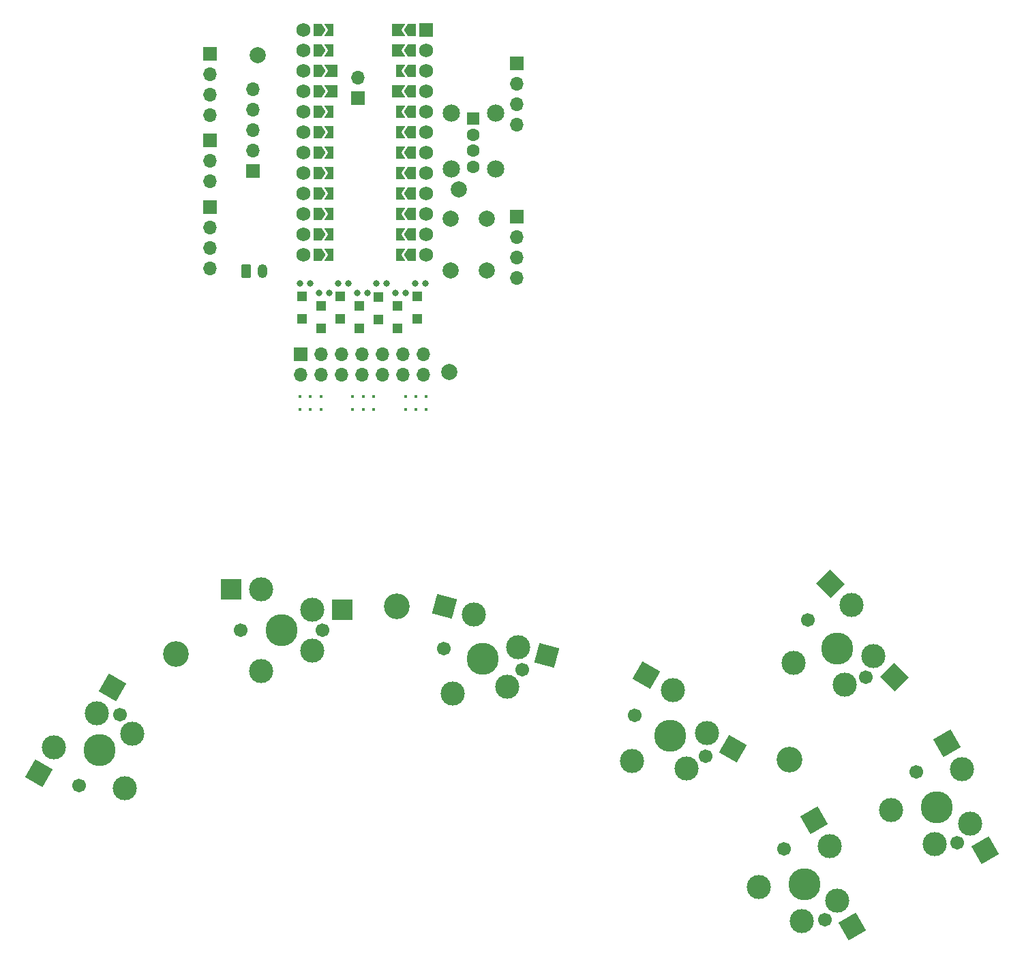
<source format=gbr>
%TF.GenerationSoftware,KiCad,Pcbnew,6.0.4*%
%TF.CreationDate,2022-05-08T18:55:17+02:00*%
%TF.ProjectId,mykeeb-adapter,6d796b65-6562-42d6-9164-61707465722e,rev?*%
%TF.SameCoordinates,Original*%
%TF.FileFunction,Soldermask,Top*%
%TF.FilePolarity,Negative*%
%FSLAX46Y46*%
G04 Gerber Fmt 4.6, Leading zero omitted, Abs format (unit mm)*
G04 Created by KiCad (PCBNEW 6.0.4) date 2022-05-08 18:55:17*
%MOMM*%
%LPD*%
G01*
G04 APERTURE LIST*
G04 Aperture macros list*
%AMRoundRect*
0 Rectangle with rounded corners*
0 $1 Rounding radius*
0 $2 $3 $4 $5 $6 $7 $8 $9 X,Y pos of 4 corners*
0 Add a 4 corners polygon primitive as box body*
4,1,4,$2,$3,$4,$5,$6,$7,$8,$9,$2,$3,0*
0 Add four circle primitives for the rounded corners*
1,1,$1+$1,$2,$3*
1,1,$1+$1,$4,$5*
1,1,$1+$1,$6,$7*
1,1,$1+$1,$8,$9*
0 Add four rect primitives between the rounded corners*
20,1,$1+$1,$2,$3,$4,$5,0*
20,1,$1+$1,$4,$5,$6,$7,0*
20,1,$1+$1,$6,$7,$8,$9,0*
20,1,$1+$1,$8,$9,$2,$3,0*%
%AMRotRect*
0 Rectangle, with rotation*
0 The origin of the aperture is its center*
0 $1 length*
0 $2 width*
0 $3 Rotation angle, in degrees counterclockwise*
0 Add horizontal line*
21,1,$1,$2,0,0,$3*%
%AMFreePoly0*
4,1,6,1.000000,0.000000,0.500000,-0.750000,-0.500000,-0.750000,-0.500000,0.750000,0.500000,0.750000,1.000000,0.000000,1.000000,0.000000,$1*%
%AMFreePoly1*
4,1,6,0.500000,-0.750000,-0.650000,-0.750000,-0.150000,0.000000,-0.650000,0.750000,0.500000,0.750000,0.500000,-0.750000,0.500000,-0.750000,$1*%
%AMFreePoly2*
4,1,6,1.000000,-0.750000,-0.650000,-0.750000,-0.150000,0.000000,-0.650000,0.750000,1.000000,0.750000,1.000000,-0.750000,1.000000,-0.750000,$1*%
G04 Aperture macros list end*
%ADD10C,3.000000*%
%ADD11C,1.701800*%
%ADD12C,3.987800*%
%ADD13RotRect,2.550000X2.500000X315.000000*%
%ADD14C,0.393700*%
%ADD15RotRect,2.550000X2.500000X300.000000*%
%ADD16C,0.800000*%
%ADD17R,1.200000X1.200000*%
%ADD18R,2.550000X2.500000*%
%ADD19C,2.000000*%
%ADD20RotRect,2.550000X2.500000X345.000000*%
%ADD21RotRect,2.550000X2.500000X60.000000*%
%ADD22C,3.200000*%
%ADD23RotRect,2.550000X2.500000X330.000000*%
%ADD24R,1.700000X1.700000*%
%ADD25O,1.700000X1.700000*%
%ADD26R,1.600000X1.600000*%
%ADD27C,1.600000*%
%ADD28C,2.150000*%
%ADD29C,1.752600*%
%ADD30R,1.752600X1.752600*%
%ADD31FreePoly0,180.000000*%
%ADD32FreePoly0,0.000000*%
%ADD33FreePoly1,0.000000*%
%ADD34FreePoly2,0.000000*%
%ADD35FreePoly1,180.000000*%
%ADD36FreePoly2,180.000000*%
%ADD37RoundRect,0.250000X-0.350000X-0.625000X0.350000X-0.625000X0.350000X0.625000X-0.350000X0.625000X0*%
%ADD38O,1.200000X1.750000*%
G04 APERTURE END LIST*
D10*
%TO.C,K46*%
X157412794Y-116275524D03*
X154718717Y-109989344D03*
D11*
X156514768Y-118969600D03*
D10*
X147534512Y-117173549D03*
D11*
X149330564Y-111785396D03*
D12*
X152922666Y-115377498D03*
D10*
X153820692Y-119867626D03*
D13*
X152067067Y-107337694D03*
X160064444Y-118927174D03*
%TD*%
D14*
%TO.C,H3*%
X100607897Y-85625070D03*
X100607897Y-84039133D03*
X101898522Y-84039133D03*
X99317272Y-85625070D03*
X101898522Y-85625070D03*
X99317272Y-84039133D03*
%TD*%
D11*
%TO.C,K45*%
X162786048Y-130736642D03*
D10*
X165031343Y-139705608D03*
X168455457Y-130396346D03*
X169430753Y-137165608D03*
X159656639Y-135476346D03*
D12*
X165326048Y-135136051D03*
D11*
X167866048Y-139535460D03*
D15*
X166580457Y-127148751D03*
X171305753Y-140413203D03*
%TD*%
D16*
%TO.C,D46*%
X86199501Y-69969023D03*
D17*
X86453501Y-71631023D03*
X86453501Y-74431023D03*
D16*
X87469501Y-69969023D03*
%TD*%
D17*
%TO.C,D45*%
X88834753Y-72821649D03*
D16*
X88580753Y-71159649D03*
D17*
X88834753Y-75621649D03*
D16*
X89850753Y-71159649D03*
%TD*%
D14*
%TO.C,H1*%
X95350079Y-85625070D03*
X92768829Y-84039133D03*
X94059454Y-84039133D03*
X95350079Y-84039133D03*
X92768829Y-85625070D03*
X94059454Y-85625070D03*
%TD*%
D17*
%TO.C,D43*%
X93597257Y-72821649D03*
D16*
X93343257Y-71159649D03*
D17*
X93597257Y-75621649D03*
D16*
X94613257Y-71159649D03*
%TD*%
D10*
%TO.C,K41*%
X87749133Y-115649470D03*
X81399133Y-108029470D03*
X81399133Y-118189470D03*
X87749133Y-110569470D03*
D11*
X89019133Y-113109470D03*
D12*
X83939133Y-113109470D03*
D11*
X78859133Y-113109470D03*
D18*
X77649133Y-108029470D03*
X91499133Y-110569470D03*
%TD*%
D16*
%TO.C,D44*%
X90962005Y-69969023D03*
D17*
X91216005Y-71631023D03*
X91216005Y-74431023D03*
D16*
X92232005Y-69969023D03*
%TD*%
D19*
%TO.C,FID3*%
X105965714Y-58340674D03*
%TD*%
D10*
%TO.C,K42*%
X107803628Y-111117044D03*
X105174027Y-120930851D03*
X111965056Y-120120900D03*
X113279857Y-115213997D03*
D12*
X108942279Y-116681348D03*
D11*
X113849182Y-117996149D03*
X104035376Y-115366547D03*
D20*
X104181406Y-110146473D03*
X116902079Y-116184568D03*
%TD*%
D10*
%TO.C,K44*%
X143158841Y-145001354D03*
X152932955Y-146690616D03*
D12*
X148828250Y-144661059D03*
D10*
X148533545Y-149230616D03*
D11*
X146288250Y-140261650D03*
D10*
X151957659Y-139921354D03*
D11*
X151368250Y-149060468D03*
D15*
X150082659Y-136673759D03*
X154807955Y-149938211D03*
%TD*%
D14*
%TO.C,H2*%
X87511011Y-84039133D03*
X88801636Y-85625070D03*
X88801636Y-84039133D03*
X87511011Y-85625070D03*
X86220386Y-85625070D03*
X86220386Y-84039133D03*
%TD*%
D12*
%TO.C,K40*%
X61317239Y-127992295D03*
D10*
X55647830Y-127652000D03*
D11*
X58777239Y-132391704D03*
X63857239Y-123592886D03*
D10*
X65421944Y-125962738D03*
X61022534Y-123422738D03*
X64446648Y-132732000D03*
D21*
X53772830Y-130899595D03*
X62897534Y-120175143D03*
%TD*%
D22*
%TO.C,H5*%
X70842247Y-116086035D03*
%TD*%
D17*
%TO.C,D42*%
X95978509Y-71680771D03*
D16*
X95724509Y-70018771D03*
D17*
X95978509Y-74480771D03*
D16*
X96994509Y-70018771D03*
%TD*%
D10*
%TO.C,K43*%
X132499781Y-120536947D03*
X136729043Y-125911651D03*
X127419781Y-129335765D03*
D12*
X132159486Y-126206356D03*
D10*
X134189043Y-130311061D03*
D11*
X127760077Y-123666356D03*
X136558895Y-128746356D03*
D23*
X129252186Y-118661947D03*
X139976638Y-127786651D03*
%TD*%
D19*
%TO.C,FID1*%
X80962568Y-41671910D03*
%TD*%
D22*
%TO.C,H4*%
X147042311Y-129182921D03*
%TD*%
D24*
%TO.C,J1*%
X75009454Y-60483799D03*
D25*
X75009454Y-63023799D03*
X75009454Y-65563799D03*
X75009454Y-68103799D03*
D24*
X113109454Y-61674424D03*
D25*
X113109454Y-64214424D03*
X113109454Y-66754424D03*
X113109454Y-69294424D03*
D24*
X75009454Y-41433799D03*
D25*
X75009454Y-43973799D03*
X75009454Y-46513799D03*
X75009454Y-49053799D03*
D24*
X113109454Y-42624424D03*
D25*
X113109454Y-45164424D03*
X113109454Y-47704424D03*
X113109454Y-50244424D03*
%TD*%
D19*
%TO.C,FID2*%
X104775088Y-80962568D03*
%TD*%
D17*
%TO.C,D41*%
X98359761Y-72821649D03*
D16*
X98105761Y-71159649D03*
D17*
X98359761Y-75621649D03*
D16*
X99375761Y-71159649D03*
%TD*%
D22*
%TO.C,H6*%
X98226645Y-110132905D03*
%TD*%
D17*
%TO.C,D40*%
X100741013Y-71631023D03*
D16*
X100487013Y-69969023D03*
X101757013Y-69969023D03*
D17*
X100741013Y-74431023D03*
%TD*%
D24*
%TO.C,J3*%
X86285257Y-78789718D03*
D25*
X86285257Y-81329718D03*
X88825257Y-78789718D03*
X88825257Y-81329718D03*
X91365257Y-78789718D03*
X91365257Y-81329718D03*
X93905257Y-78789718D03*
X93905257Y-81329718D03*
X96445257Y-78789718D03*
X96445257Y-81329718D03*
X98985257Y-78789718D03*
X98985257Y-81329718D03*
X101525257Y-78789718D03*
X101525257Y-81329718D03*
%TD*%
D24*
%TO.C,SW2*%
X75009438Y-52243796D03*
D25*
X75009438Y-54783796D03*
X75009438Y-57323796D03*
%TD*%
D24*
%TO.C,J11*%
X80367152Y-56018755D03*
D25*
X80367152Y-53478755D03*
X80367152Y-50938755D03*
X80367152Y-48398755D03*
X80367152Y-45858755D03*
%TD*%
D26*
%TO.C,J4*%
X107751653Y-49519727D03*
D27*
X107751653Y-51519727D03*
X107751653Y-53519727D03*
X107751653Y-55519727D03*
D28*
X105031653Y-48789727D03*
X105031653Y-55789727D03*
X110471653Y-55789727D03*
X110471653Y-48789727D03*
%TD*%
D29*
%TO.C,U1*%
X101839196Y-58787182D03*
X86599196Y-48627182D03*
D30*
X101839196Y-38467182D03*
D29*
X86599196Y-51167182D03*
X101839196Y-63867182D03*
X86599196Y-46087182D03*
X101839196Y-53707182D03*
D31*
X100139196Y-61327182D03*
D29*
X86599196Y-56247182D03*
X101839196Y-66407182D03*
X86599196Y-43547182D03*
X101839196Y-41007182D03*
D32*
X88379196Y-61327182D03*
X88379196Y-58787182D03*
D31*
X100139196Y-53707182D03*
X100139196Y-41007182D03*
D29*
X101839196Y-43547182D03*
D32*
X88379196Y-43547182D03*
D31*
X100139196Y-58787182D03*
X100139196Y-63867182D03*
D29*
X86599196Y-41007182D03*
X86599196Y-38467182D03*
X86599196Y-53707182D03*
D32*
X88379196Y-51167182D03*
D31*
X100139196Y-66407182D03*
D29*
X101839196Y-51167182D03*
X101839196Y-61327182D03*
D32*
X88379196Y-56247182D03*
D29*
X86599196Y-61327182D03*
D32*
X88379196Y-53707182D03*
X88379196Y-63867182D03*
D31*
X100139196Y-46087182D03*
D29*
X86599196Y-66407182D03*
D32*
X88379196Y-48627182D03*
D31*
X100139196Y-56247182D03*
D29*
X101839196Y-48627182D03*
D32*
X88379196Y-66407182D03*
X88379196Y-41007182D03*
D29*
X86599196Y-63867182D03*
D32*
X88379196Y-38467182D03*
D31*
X100139196Y-51167182D03*
D32*
X88379196Y-46087182D03*
D29*
X86599196Y-58787182D03*
D31*
X100139196Y-48627182D03*
D29*
X101839196Y-46087182D03*
D31*
X100139196Y-38467182D03*
D29*
X101839196Y-56247182D03*
D31*
X100139196Y-43547182D03*
D33*
X89829196Y-38467182D03*
X89829196Y-41007182D03*
D34*
X89829196Y-43547182D03*
X89829196Y-46087182D03*
D33*
X89829196Y-48627182D03*
X89829196Y-51167182D03*
X89829196Y-53707182D03*
X89829196Y-56247182D03*
X89829196Y-58787182D03*
X89829196Y-61327182D03*
X89829196Y-63867182D03*
X89829196Y-66407182D03*
D35*
X98689196Y-66407182D03*
X98689196Y-63867182D03*
X98689196Y-61327182D03*
X98689196Y-58787182D03*
X98689196Y-56247182D03*
X98689196Y-53707182D03*
X98689196Y-51167182D03*
X98689196Y-48627182D03*
D36*
X98689196Y-46087182D03*
D35*
X98689196Y-43547182D03*
D36*
X98689196Y-41007182D03*
X98689196Y-38467182D03*
%TD*%
D24*
%TO.C,J2*%
X93448853Y-46930312D03*
D25*
X93448853Y-44390312D03*
%TD*%
D19*
%TO.C,SW1*%
X104931237Y-61912552D03*
X104931237Y-68412552D03*
X109431237Y-61912552D03*
X109431237Y-68412552D03*
%TD*%
D37*
%TO.C,BT1*%
X79557881Y-68460995D03*
D38*
X81557881Y-68460995D03*
%TD*%
M02*

</source>
